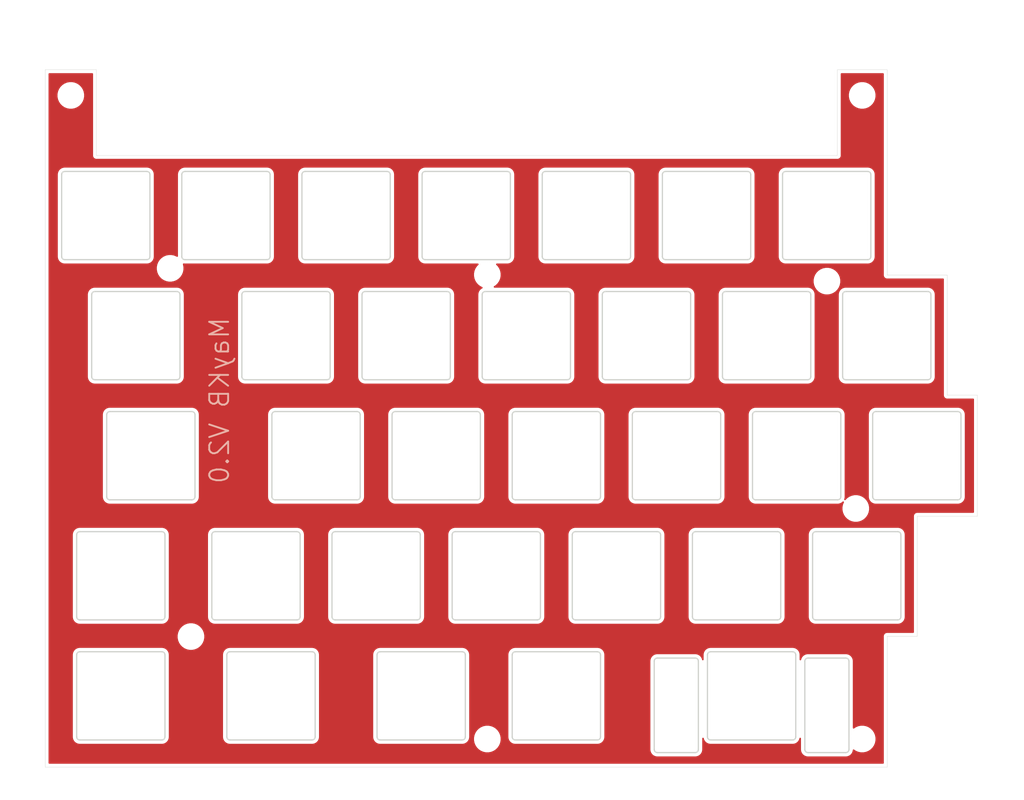
<source format=kicad_pcb>
(kicad_pcb (version 20171130) (host pcbnew 5.1.10)
  (layers (0 F.Cu signal) (31 B.Cu signal) (34 B.Paste user) (35 F.Paste user) (36 B.SilkS user) (37 F.SilkS user) (38 B.Mask user) (39 F.Mask user) (44 Edge.Cuts user))
  (net 0 "")
  (net 1 GND)
  (module MountingHole:MountingHole_3.2mm_M3 (layer F.Cu) (at 92.8688 134.463)
    (fp_text reference REF** hide)
    (fp_text value MountingHole_3.2mm_M3)
    (pad 1 np_thru_hole circle (at 0 0) (size 3.2 3.2) (drill 3.2) (layers *.Cu *.Mask))
  )
  (module MountingHole:MountingHole_3.2mm_M3 (layer F.Cu) (at 89.5668 76.043)
    (fp_text reference REF** hide)
    (fp_text value MountingHole_3.2mm_M3)
    (pad 1 np_thru_hole circle (at 0 0) (size 3.2 3.2) (drill 3.2) (layers *.Cu *.Mask))
  )
  (module MountingHole:MountingHole_3.2mm_M3 (layer F.Cu) (at 139.8588 77.059)
    (fp_text reference REF** hide)
    (fp_text value MountingHole_3.2mm_M3)
    (pad 1 np_thru_hole circle (at 0 0) (size 3.2 3.2) (drill 3.2) (layers *.Cu *.Mask))
  )
  (module MountingHole:MountingHole_3.2mm_M3 (layer F.Cu) (at 193.7068 78.075)
    (fp_text reference REF** hide)
    (fp_text value MountingHole_3.2mm_M3)
    (pad 1 np_thru_hole circle (at 0 0) (size 3.2 3.2) (drill 3.2) (layers *.Cu *.Mask))
  )
  (module MountingHole:MountingHole_3.2mm_M3 (layer F.Cu) (at 198.2788 114.143)
    (fp_text reference REF** hide)
    (fp_text value MountingHole_3.2mm_M3)
    (pad 1 np_thru_hole circle (at 0 0) (size 3.2 3.2) (drill 3.2) (layers *.Cu *.Mask))
  )
  (module MountingHole:MountingHole_3.2mm_M3 (layer F.Cu) (at 139.8588 150.719)
    (fp_text reference REF** hide)
    (fp_text value MountingHole_3.2mm_M3)
    (pad 1 np_thru_hole circle (at 0 0) (size 3.2 3.2) (drill 3.2) (layers *.Cu *.Mask))
  )
  (module MountingHole:MountingHole_3.2mm_M3 (layer F.Cu) (at 199.2948 150.719)
    (fp_text reference REF** hide)
    (fp_text value MountingHole_3.2mm_M3)
    (pad 1 np_thru_hole circle (at 0 0) (size 3.2 3.2) (drill 3.2) (layers *.Cu *.Mask))
  )
  (module MountingHole:MountingHole_3.2mm_M3 (layer F.Cu) (at 199.2948 48.611)
    (fp_text reference REF** hide)
    (fp_text value MountingHole_3.2mm_M3)
    (pad 1 np_thru_hole circle (at 0 0) (size 3.2 3.2) (drill 3.2) (layers *.Cu *.Mask))
  )
  (module MountingHole:MountingHole_3.2mm_M3 (layer F.Cu) (at 73.8188 48.611)
    (fp_text reference REF** hide)
    (fp_text value MountingHole_3.2mm_M3)
    (pad 1 np_thru_hole circle (at 0 0) (size 3.2 3.2) (drill 3.2) (layers *.Cu *.Mask))
  )
  (gr_line (start 69.7548 44.547) (end 77.8828 44.547) (layer Edge.Cuts) (width 0.05))
  (gr_line (start 203.2572 44.547) (end 195.3578 44.547) (layer Edge.Cuts) (width 0.05))
  (gr_line (start 195.3578 58.136) (end 195.3578 44.547) (layer Edge.Cuts) (width 0.05))
  (gr_line (start 77.8828 58.136) (end 195.3578 58.136) (layer Edge.Cuts) (width 0.05))
  (gr_line (start 77.8828 44.547) (end 77.8828 58.136) (layer Edge.Cuts) (width 0.05))
  (gr_line (start 187.1663 74.671299) (end 200.166299 74.671299) (layer Edge.Cuts) (width 0.2))
  (gr_arc (start 110.9663 74.171299) (end 110.4663 74.171299) (angle -90) (layer Edge.Cuts) (width 0.2))
  (gr_line (start 86.366299 61.1713) (end 86.366299 74.171299) (layer Edge.Cuts) (width 0.2))
  (gr_line (start 134.2788 118.3213) (end 134.2788 131.3213) (layer Edge.Cuts) (width 0.2))
  (gr_line (start 110.4663 61.1713) (end 110.4663 74.171299) (layer Edge.Cuts) (width 0.2))
  (gr_arc (start 143.0163 74.171299) (end 143.0163 74.671299) (angle -90) (layer Edge.Cuts) (width 0.2))
  (gr_arc (start 171.5913 80.2213) (end 172.0913 80.2213) (angle -90) (layer Edge.Cuts) (width 0.2))
  (gr_arc (start 147.7788 131.3213) (end 147.7788 131.8213) (angle -90) (layer Edge.Cuts) (width 0.2))
  (gr_arc (start 88.24755 137.3713) (end 88.74755 137.3713) (angle -90) (layer Edge.Cuts) (width 0.2))
  (gr_arc (start 196.69805 152.3713) (end 196.69805 152.8713) (angle -90) (layer Edge.Cuts) (width 0.2))
  (gr_arc (start 190.69805 152.3713) (end 190.19805 152.3713) (angle -90) (layer Edge.Cuts) (width 0.2))
  (gr_arc (start 88.24755 131.3213) (end 88.24755 131.8213) (angle -90) (layer Edge.Cuts) (width 0.2))
  (gr_line (start 175.26005 150.8713) (end 188.26005 150.8713) (layer Edge.Cuts) (width 0.2))
  (gr_line (start 175.26005 136.8713) (end 188.26005 136.8713) (layer Edge.Cuts) (width 0.2))
  (gr_line (start 129.2288 118.3213) (end 129.2288 131.3213) (layer Edge.Cuts) (width 0.2))
  (gr_line (start 158.0913 80.2213) (end 158.0913 93.2213) (layer Edge.Cuts) (width 0.2))
  (gr_arc (start 139.5413 80.2213) (end 139.5413 79.7213) (angle -90) (layer Edge.Cuts) (width 0.2))
  (gr_line (start 72.3663 61.1713) (end 72.3663 74.171299) (layer Edge.Cuts) (width 0.2))
  (gr_arc (start 101.4413 80.2213) (end 101.4413 79.7213) (angle -90) (layer Edge.Cuts) (width 0.2))
  (gr_line (start 77.6288 79.7213) (end 90.6288 79.7213) (layer Edge.Cuts) (width 0.2))
  (gr_line (start 173.32205 138.3713) (end 173.32205 152.3713) (layer Edge.Cuts) (width 0.2))
  (gr_line (start 166.32205 138.3713) (end 166.32205 152.3713) (layer Edge.Cuts) (width 0.2))
  (gr_line (start 162.5663 61.1713) (end 162.5663 74.171299) (layer Edge.Cuts) (width 0.2))
  (gr_arc (start 204.9288 131.3213) (end 204.9288 131.8213) (angle -90) (layer Edge.Cuts) (width 0.2))
  (gr_line (start 163.3538 98.7713) (end 176.3538 98.7713) (layer Edge.Cuts) (width 0.2))
  (gr_arc (start 119.2038 99.2713) (end 119.7038 99.2713) (angle -90) (layer Edge.Cuts) (width 0.2))
  (gr_arc (start 138.2538 112.2713) (end 138.2538 112.7713) (angle -90) (layer Edge.Cuts) (width 0.2))
  (gr_arc (start 190.6413 93.2213) (end 190.6413 93.7213) (angle -90) (layer Edge.Cuts) (width 0.2))
  (gr_arc (start 152.5413 80.2213) (end 153.0413 80.2213) (angle -90) (layer Edge.Cuts) (width 0.2))
  (gr_line (start 75.24755 136.8713) (end 88.24755 136.8713) (layer Edge.Cuts) (width 0.2))
  (gr_arc (start 90.6288 93.2213) (end 90.6288 93.7213) (angle -90) (layer Edge.Cuts) (width 0.2))
  (gr_arc (start 182.4038 112.2713) (end 181.9038 112.2713) (angle -90) (layer Edge.Cuts) (width 0.2))
  (gr_arc (start 172.8788 118.3213) (end 172.8788 117.8213) (angle -90) (layer Edge.Cuts) (width 0.2))
  (gr_arc (start 135.87255 137.3713) (end 136.37255 137.3713) (angle -90) (layer Edge.Cuts) (width 0.2))
  (gr_arc (start 122.87255 137.3713) (end 122.87255 136.8713) (angle -90) (layer Edge.Cuts) (width 0.2))
  (gr_arc (start 114.4413 80.2213) (end 114.9413 80.2213) (angle -90) (layer Edge.Cuts) (width 0.2))
  (gr_line (start 144.3038 150.8713) (end 157.3038 150.8713) (layer Edge.Cuts) (width 0.2))
  (gr_line (start 144.3038 136.8713) (end 157.3038 136.8713) (layer Edge.Cuts) (width 0.2))
  (gr_arc (start 172.82205 138.3713) (end 173.32205 138.3713) (angle -90) (layer Edge.Cuts) (width 0.2))
  (gr_arc (start 166.82205 138.3713) (end 166.82205 137.8713) (angle -90) (layer Edge.Cuts) (width 0.2))
  (gr_line (start 167.6163 61.1713) (end 167.6163 74.171299) (layer Edge.Cuts) (width 0.2))
  (gr_line (start 139.5413 79.7213) (end 152.5413 79.7213) (layer Edge.Cuts) (width 0.2))
  (gr_line (start 77.1288 80.2213) (end 77.1288 93.2213) (layer Edge.Cuts) (width 0.2))
  (gr_arc (start 88.24755 150.3713) (end 88.24755 150.8713) (angle -90) (layer Edge.Cuts) (width 0.2))
  (gr_arc (start 75.24755 118.3213) (end 75.24755 117.8213) (angle -90) (layer Edge.Cuts) (width 0.2))
  (gr_line (start 157.8038 137.3713) (end 157.8038 150.3713) (layer Edge.Cuts) (width 0.2))
  (gr_line (start 143.8038 137.3713) (end 143.8038 150.3713) (layer Edge.Cuts) (width 0.2))
  (gr_line (start 106.2038 98.7713) (end 119.2038 98.7713) (layer Edge.Cuts) (width 0.2))
  (gr_arc (start 157.3038 150.3713) (end 157.3038 150.8713) (angle -90) (layer Edge.Cuts) (width 0.2))
  (gr_arc (start 144.3038 150.3713) (end 143.8038 150.3713) (angle -90) (layer Edge.Cuts) (width 0.2))
  (gr_line (start 110.9663 74.671299) (end 123.9663 74.671299) (layer Edge.Cuts) (width 0.2))
  (gr_line (start 186.6663 61.1713) (end 186.6663 74.171299) (layer Edge.Cuts) (width 0.2))
  (gr_line (start 172.8788 117.8213) (end 185.8788 117.8213) (layer Edge.Cuts) (width 0.2))
  (gr_arc (start 172.82205 152.3713) (end 172.82205 152.8713) (angle -90) (layer Edge.Cuts) (width 0.2))
  (gr_arc (start 166.82205 152.3713) (end 166.32205 152.3713) (angle -90) (layer Edge.Cuts) (width 0.2))
  (gr_arc (start 201.4538 99.2713) (end 201.4538 98.7713) (angle -90) (layer Edge.Cuts) (width 0.2))
  (gr_line (start 172.0913 80.2213) (end 172.0913 93.2213) (layer Edge.Cuts) (width 0.2))
  (gr_line (start 101.4413 93.7213) (end 114.4413 93.7213) (layer Edge.Cuts) (width 0.2))
  (gr_line (start 172.3788 118.3213) (end 172.3788 131.3213) (layer Edge.Cuts) (width 0.2))
  (gr_line (start 158.5913 79.7213) (end 171.5913 79.7213) (layer Edge.Cuts) (width 0.2))
  (gr_arc (start 188.26005 137.3713) (end 188.76005 137.3713) (angle -90) (layer Edge.Cuts) (width 0.2))
  (gr_arc (start 175.26005 137.3713) (end 175.26005 136.8713) (angle -90) (layer Edge.Cuts) (width 0.2))
  (gr_arc (start 91.9163 74.171299) (end 91.4163 74.171299) (angle -90) (layer Edge.Cuts) (width 0.2))
  (gr_line (start 134.7788 131.8213) (end 147.7788 131.8213) (layer Edge.Cuts) (width 0.2))
  (gr_line (start 74.74755 118.3213) (end 74.74755 131.3213) (layer Edge.Cuts) (width 0.2))
  (gr_line (start 75.24755 117.8213) (end 88.24755 117.8213) (layer Edge.Cuts) (width 0.2))
  (gr_arc (start 133.4913 80.2213) (end 133.9913 80.2213) (angle -90) (layer Edge.Cuts) (width 0.2))
  (gr_arc (start 147.7788 118.3213) (end 148.2788 118.3213) (angle -90) (layer Edge.Cuts) (width 0.2))
  (gr_arc (start 177.6413 93.2213) (end 177.1413 93.2213) (angle -90) (layer Edge.Cuts) (width 0.2))
  (gr_line (start 134.7788 117.8213) (end 147.7788 117.8213) (layer Edge.Cuts) (width 0.2))
  (gr_line (start 188.76005 137.3713) (end 188.76005 150.3713) (layer Edge.Cuts) (width 0.2))
  (gr_line (start 174.76005 137.3713) (end 174.76005 150.3713) (layer Edge.Cuts) (width 0.2))
  (gr_arc (start 172.8788 131.3213) (end 172.3788 131.3213) (angle -90) (layer Edge.Cuts) (width 0.2))
  (gr_arc (start 177.6413 80.2213) (end 177.6413 79.7213) (angle -90) (layer Edge.Cuts) (width 0.2))
  (gr_line (start 120.4913 93.7213) (end 133.4913 93.7213) (layer Edge.Cuts) (width 0.2))
  (gr_arc (start 200.166299 74.171299) (end 200.166299 74.671299) (angle -90) (layer Edge.Cuts) (width 0.2))
  (gr_line (start 158.5913 93.7213) (end 171.5913 93.7213) (layer Edge.Cuts) (width 0.2))
  (gr_arc (start 93.01005 112.2713) (end 93.01005 112.7713) (angle -90) (layer Edge.Cuts) (width 0.2))
  (gr_arc (start 90.6288 80.2213) (end 91.1288 80.2213) (angle -90) (layer Edge.Cuts) (width 0.2))
  (gr_line (start 144.3038 112.7713) (end 157.3038 112.7713) (layer Edge.Cuts) (width 0.2))
  (gr_line (start 153.8288 117.8213) (end 166.8288 117.8213) (layer Edge.Cuts) (width 0.2))
  (gr_line (start 148.5663 61.1713) (end 148.5663 74.171299) (layer Edge.Cuts) (width 0.2))
  (gr_line (start 88.74755 118.3213) (end 88.74755 131.3213) (layer Edge.Cuts) (width 0.2))
  (gr_line (start 149.0663 74.671299) (end 162.0663 74.671299) (layer Edge.Cuts) (width 0.2))
  (gr_arc (start 214.4538 112.2713) (end 214.4538 112.7713) (angle -90) (layer Edge.Cuts) (width 0.2))
  (gr_arc (start 125.2538 99.2713) (end 125.2538 98.7713) (angle -90) (layer Edge.Cuts) (width 0.2))
  (gr_arc (start 77.6288 80.2213) (end 77.6288 79.7213) (angle -90) (layer Edge.Cuts) (width 0.2))
  (gr_arc (start 99.06005 137.3713) (end 99.06005 136.8713) (angle -90) (layer Edge.Cuts) (width 0.2))
  (gr_arc (start 125.2538 112.2713) (end 124.7538 112.2713) (angle -90) (layer Edge.Cuts) (width 0.2))
  (gr_arc (start 85.866299 74.171299) (end 85.866299 74.671299) (angle -90) (layer Edge.Cuts) (width 0.2))
  (gr_arc (start 80.01005 112.2713) (end 79.51005 112.2713) (angle -90) (layer Edge.Cuts) (width 0.2))
  (gr_arc (start 85.866299 61.1713) (end 86.366299 61.1713) (angle -90) (layer Edge.Cuts) (width 0.2))
  (gr_line (start 98.56005 137.3713) (end 98.56005 150.3713) (layer Edge.Cuts) (width 0.2))
  (gr_line (start 168.1163 74.671299) (end 181.1163 74.671299) (layer Edge.Cuts) (width 0.2))
  (gr_arc (start 204.9288 118.3213) (end 205.4288 118.3213) (angle -90) (layer Edge.Cuts) (width 0.2))
  (gr_line (start 120.4913 79.7213) (end 133.4913 79.7213) (layer Edge.Cuts) (width 0.2))
  (gr_arc (start 138.2538 99.2713) (end 138.7538 99.2713) (angle -90) (layer Edge.Cuts) (width 0.2))
  (gr_arc (start 130.0163 74.171299) (end 129.5163 74.171299) (angle -90) (layer Edge.Cuts) (width 0.2))
  (gr_line (start 75.24755 150.8713) (end 88.24755 150.8713) (layer Edge.Cuts) (width 0.2))
  (gr_arc (start 106.2038 99.2713) (end 106.2038 98.7713) (angle -90) (layer Edge.Cuts) (width 0.2))
  (gr_line (start 181.9038 99.2713) (end 181.9038 112.2713) (layer Edge.Cuts) (width 0.2))
  (gr_arc (start 96.6788 118.3213) (end 96.6788 117.8213) (angle -90) (layer Edge.Cuts) (width 0.2))
  (gr_line (start 191.9288 117.8213) (end 204.9288 117.8213) (layer Edge.Cuts) (width 0.2))
  (gr_arc (start 80.01005 99.2713) (end 80.01005 98.7713) (angle -90) (layer Edge.Cuts) (width 0.2))
  (gr_arc (start 109.6788 118.3213) (end 110.1788 118.3213) (angle -90) (layer Edge.Cuts) (width 0.2))
  (gr_arc (start 123.9663 61.1713) (end 124.4663 61.1713) (angle -90) (layer Edge.Cuts) (width 0.2))
  (gr_arc (start 182.4038 99.2713) (end 182.4038 98.7713) (angle -90) (layer Edge.Cuts) (width 0.2))
  (gr_line (start 124.7538 99.2713) (end 124.7538 112.2713) (layer Edge.Cuts) (width 0.2))
  (gr_arc (start 143.0163 61.1713) (end 143.5163 61.1713) (angle -90) (layer Edge.Cuts) (width 0.2))
  (gr_arc (start 110.9663 61.1713) (end 110.9663 60.6713) (angle -90) (layer Edge.Cuts) (width 0.2))
  (gr_line (start 124.4663 61.1713) (end 124.4663 74.171299) (layer Edge.Cuts) (width 0.2))
  (gr_arc (start 96.6788 131.3213) (end 96.1788 131.3213) (angle -90) (layer Edge.Cuts) (width 0.2))
  (gr_arc (start 149.0663 61.1713) (end 149.0663 60.6713) (angle -90) (layer Edge.Cuts) (width 0.2))
  (gr_line (start 119.7038 99.2713) (end 119.7038 112.2713) (layer Edge.Cuts) (width 0.2))
  (gr_line (start 99.06005 150.8713) (end 112.06005 150.8713) (layer Edge.Cuts) (width 0.2))
  (gr_arc (start 153.8288 131.3213) (end 153.3288 131.3213) (angle -90) (layer Edge.Cuts) (width 0.2))
  (gr_arc (start 187.1663 74.171299) (end 186.6663 74.171299) (angle -90) (layer Edge.Cuts) (width 0.2))
  (gr_line (start 168.1163 60.6713) (end 181.1163 60.6713) (layer Edge.Cuts) (width 0.2))
  (gr_arc (start 99.06005 150.3713) (end 98.56005 150.3713) (angle -90) (layer Edge.Cuts) (width 0.2))
  (gr_arc (start 162.0663 74.171299) (end 162.0663 74.671299) (angle -90) (layer Edge.Cuts) (width 0.2))
  (gr_line (start 130.0163 74.671299) (end 143.0163 74.671299) (layer Edge.Cuts) (width 0.2))
  (gr_arc (start 72.8663 74.171299) (end 72.3663 74.171299) (angle -90) (layer Edge.Cuts) (width 0.2))
  (gr_line (start 133.9913 80.2213) (end 133.9913 93.2213) (layer Edge.Cuts) (width 0.2))
  (gr_line (start 201.4538 98.7713) (end 214.4538 98.7713) (layer Edge.Cuts) (width 0.2))
  (gr_line (start 91.4163 61.1713) (end 91.4163 74.171299) (layer Edge.Cuts) (width 0.2))
  (gr_line (start 96.6788 117.8213) (end 109.6788 117.8213) (layer Edge.Cuts) (width 0.2))
  (gr_line (start 105.7038 99.2713) (end 105.7038 112.2713) (layer Edge.Cuts) (width 0.2))
  (gr_line (start 200.9538 99.2713) (end 200.9538 112.2713) (layer Edge.Cuts) (width 0.2))
  (gr_arc (start 123.9663 74.171299) (end 123.9663 74.671299) (angle -90) (layer Edge.Cuts) (width 0.2))
  (gr_arc (start 133.4913 93.2213) (end 133.4913 93.7213) (angle -90) (layer Edge.Cuts) (width 0.2))
  (gr_line (start 99.06005 136.8713) (end 112.06005 136.8713) (layer Edge.Cuts) (width 0.2))
  (gr_arc (start 104.9163 74.171299) (end 104.9163 74.671299) (angle -90) (layer Edge.Cuts) (width 0.2))
  (gr_line (start 139.5413 93.7213) (end 152.5413 93.7213) (layer Edge.Cuts) (width 0.2))
  (gr_arc (start 181.1163 74.171299) (end 181.1163 74.671299) (angle -90) (layer Edge.Cuts) (width 0.2))
  (gr_arc (start 209.6913 80.2213) (end 210.1913 80.2213) (angle -90) (layer Edge.Cuts) (width 0.2))
  (gr_line (start 191.4288 118.3213) (end 191.4288 131.3213) (layer Edge.Cuts) (width 0.2))
  (gr_arc (start 163.3538 112.2713) (end 162.8538 112.2713) (angle -90) (layer Edge.Cuts) (width 0.2))
  (gr_line (start 153.3288 118.3213) (end 153.3288 131.3213) (layer Edge.Cuts) (width 0.2))
  (gr_arc (start 191.9288 118.3213) (end 191.9288 117.8213) (angle -90) (layer Edge.Cuts) (width 0.2))
  (gr_arc (start 106.2038 112.2713) (end 105.7038 112.2713) (angle -90) (layer Edge.Cuts) (width 0.2))
  (gr_line (start 115.2288 118.3213) (end 115.2288 131.3213) (layer Edge.Cuts) (width 0.2))
  (gr_line (start 96.1788 118.3213) (end 96.1788 131.3213) (layer Edge.Cuts) (width 0.2))
  (gr_arc (start 149.0663 74.171299) (end 148.5663 74.171299) (angle -90) (layer Edge.Cuts) (width 0.2))
  (gr_arc (start 200.166299 61.1713) (end 200.666299 61.1713) (angle -90) (layer Edge.Cuts) (width 0.2))
  (gr_line (start 101.4413 79.7213) (end 114.4413 79.7213) (layer Edge.Cuts) (width 0.2))
  (gr_line (start 139.0413 80.2213) (end 139.0413 93.2213) (layer Edge.Cuts) (width 0.2))
  (gr_line (start 100.9413 80.2213) (end 100.9413 93.2213) (layer Edge.Cuts) (width 0.2))
  (gr_line (start 110.1788 118.3213) (end 110.1788 131.3213) (layer Edge.Cuts) (width 0.2))
  (gr_line (start 74.74755 137.3713) (end 74.74755 150.3713) (layer Edge.Cuts) (width 0.2))
  (gr_arc (start 157.3038 137.3713) (end 157.8038 137.3713) (angle -90) (layer Edge.Cuts) (width 0.2))
  (gr_arc (start 144.3038 137.3713) (end 144.3038 136.8713) (angle -90) (layer Edge.Cuts) (width 0.2))
  (gr_line (start 148.2788 118.3213) (end 148.2788 131.3213) (layer Edge.Cuts) (width 0.2))
  (gr_line (start 205.4288 118.3213) (end 205.4288 131.3213) (layer Edge.Cuts) (width 0.2))
  (gr_arc (start 112.06005 137.3713) (end 112.56005 137.3713) (angle -90) (layer Edge.Cuts) (width 0.2))
  (gr_line (start 112.56005 137.3713) (end 112.56005 150.3713) (layer Edge.Cuts) (width 0.2))
  (gr_arc (start 134.7788 131.3213) (end 134.2788 131.3213) (angle -90) (layer Edge.Cuts) (width 0.2))
  (gr_line (start 149.0663 60.6713) (end 162.0663 60.6713) (layer Edge.Cuts) (width 0.2))
  (gr_arc (start 166.8288 131.3213) (end 166.8288 131.8213) (angle -90) (layer Edge.Cuts) (width 0.2))
  (gr_line (start 166.82205 152.8713) (end 172.82205 152.8713) (layer Edge.Cuts) (width 0.2))
  (gr_line (start 166.82205 137.8713) (end 172.82205 137.8713) (layer Edge.Cuts) (width 0.2))
  (gr_line (start 187.1663 60.6713) (end 200.166299 60.6713) (layer Edge.Cuts) (width 0.2))
  (gr_arc (start 75.24755 137.3713) (end 75.24755 136.8713) (angle -90) (layer Edge.Cuts) (width 0.2))
  (gr_arc (start 191.9288 131.3213) (end 191.4288 131.3213) (angle -90) (layer Edge.Cuts) (width 0.2))
  (gr_arc (start 185.8788 118.3213) (end 186.3788 118.3213) (angle -90) (layer Edge.Cuts) (width 0.2))
  (gr_line (start 214.9538 99.2713) (end 214.9538 112.2713) (layer Edge.Cuts) (width 0.2))
  (gr_line (start 105.4163 61.1713) (end 105.4163 74.171299) (layer Edge.Cuts) (width 0.2))
  (gr_line (start 88.74755 137.3713) (end 88.74755 150.3713) (layer Edge.Cuts) (width 0.2))
  (gr_line (start 177.1413 80.2213) (end 177.1413 93.2213) (layer Edge.Cuts) (width 0.2))
  (gr_line (start 80.01005 98.7713) (end 93.01005 98.7713) (layer Edge.Cuts) (width 0.2))
  (gr_arc (start 166.8288 118.3213) (end 167.3288 118.3213) (angle -90) (layer Edge.Cuts) (width 0.2))
  (gr_arc (start 158.5913 80.2213) (end 158.5913 79.7213) (angle -90) (layer Edge.Cuts) (width 0.2))
  (gr_line (start 153.8288 131.8213) (end 166.8288 131.8213) (layer Edge.Cuts) (width 0.2))
  (gr_line (start 172.8788 131.8213) (end 185.8788 131.8213) (layer Edge.Cuts) (width 0.2))
  (gr_line (start 115.7288 117.8213) (end 128.7288 117.8213) (layer Edge.Cuts) (width 0.2))
  (gr_line (start 136.37255 137.3713) (end 136.37255 150.3713) (layer Edge.Cuts) (width 0.2))
  (gr_line (start 122.37255 137.3713) (end 122.37255 150.3713) (layer Edge.Cuts) (width 0.2))
  (gr_line (start 182.4038 98.7713) (end 195.4038 98.7713) (layer Edge.Cuts) (width 0.2))
  (gr_arc (start 109.6788 131.3213) (end 109.6788 131.8213) (angle -90) (layer Edge.Cuts) (width 0.2))
  (gr_arc (start 196.6913 93.2213) (end 196.1913 93.2213) (angle -90) (layer Edge.Cuts) (width 0.2))
  (gr_line (start 197.19805 138.3713) (end 197.19805 152.3713) (layer Edge.Cuts) (width 0.2))
  (gr_line (start 190.19805 138.3713) (end 190.19805 152.3713) (layer Edge.Cuts) (width 0.2))
  (gr_arc (start 196.69805 138.3713) (end 197.19805 138.3713) (angle -90) (layer Edge.Cuts) (width 0.2))
  (gr_arc (start 190.69805 138.3713) (end 190.69805 137.8713) (angle -90) (layer Edge.Cuts) (width 0.2))
  (gr_arc (start 188.26005 150.3713) (end 188.26005 150.8713) (angle -90) (layer Edge.Cuts) (width 0.2))
  (gr_arc (start 175.26005 150.3713) (end 174.76005 150.3713) (angle -90) (layer Edge.Cuts) (width 0.2))
  (gr_line (start 167.3288 118.3213) (end 167.3288 131.3213) (layer Edge.Cuts) (width 0.2))
  (gr_arc (start 135.87255 150.3713) (end 135.87255 150.8713) (angle -90) (layer Edge.Cuts) (width 0.2))
  (gr_arc (start 122.87255 150.3713) (end 122.37255 150.3713) (angle -90) (layer Edge.Cuts) (width 0.2))
  (gr_line (start 77.6288 93.7213) (end 90.6288 93.7213) (layer Edge.Cuts) (width 0.2))
  (gr_line (start 163.3538 112.7713) (end 176.3538 112.7713) (layer Edge.Cuts) (width 0.2))
  (gr_arc (start 115.7288 118.3213) (end 115.7288 117.8213) (angle -90) (layer Edge.Cuts) (width 0.2))
  (gr_arc (start 181.1163 61.1713) (end 181.6163 61.1713) (angle -90) (layer Edge.Cuts) (width 0.2))
  (gr_arc (start 114.4413 93.2213) (end 114.4413 93.7213) (angle -90) (layer Edge.Cuts) (width 0.2))
  (gr_arc (start 196.6913 80.2213) (end 196.6913 79.7213) (angle -90) (layer Edge.Cuts) (width 0.2))
  (gr_arc (start 158.5913 93.2213) (end 158.0913 93.2213) (angle -90) (layer Edge.Cuts) (width 0.2))
  (gr_line (start 153.0413 80.2213) (end 153.0413 93.2213) (layer Edge.Cuts) (width 0.2))
  (gr_arc (start 130.0163 61.1713) (end 130.0163 60.6713) (angle -90) (layer Edge.Cuts) (width 0.2))
  (gr_line (start 138.7538 99.2713) (end 138.7538 112.2713) (layer Edge.Cuts) (width 0.2))
  (gr_arc (start 187.1663 61.1713) (end 187.1663 60.6713) (angle -90) (layer Edge.Cuts) (width 0.2))
  (gr_line (start 91.1288 80.2213) (end 91.1288 93.2213) (layer Edge.Cuts) (width 0.2))
  (gr_line (start 162.8538 99.2713) (end 162.8538 112.2713) (layer Edge.Cuts) (width 0.2))
  (gr_arc (start 190.6413 80.2213) (end 191.1413 80.2213) (angle -90) (layer Edge.Cuts) (width 0.2))
  (gr_line (start 195.9038 99.2713) (end 195.9038 112.2713) (layer Edge.Cuts) (width 0.2))
  (gr_line (start 157.8038 99.2713) (end 157.8038 112.2713) (layer Edge.Cuts) (width 0.2))
  (gr_line (start 93.51005 99.2713) (end 93.51005 112.2713) (layer Edge.Cuts) (width 0.2))
  (gr_arc (start 195.4038 112.2713) (end 195.4038 112.7713) (angle -90) (layer Edge.Cuts) (width 0.2))
  (gr_line (start 177.6413 79.7213) (end 190.6413 79.7213) (layer Edge.Cuts) (width 0.2))
  (gr_line (start 143.8038 99.2713) (end 143.8038 112.2713) (layer Edge.Cuts) (width 0.2))
  (gr_arc (start 168.1163 74.171299) (end 167.6163 74.171299) (angle -90) (layer Edge.Cuts) (width 0.2))
  (gr_arc (start 195.4038 99.2713) (end 195.9038 99.2713) (angle -90) (layer Edge.Cuts) (width 0.2))
  (gr_arc (start 176.3538 99.2713) (end 176.8538 99.2713) (angle -90) (layer Edge.Cuts) (width 0.2))
  (gr_arc (start 176.3538 112.2713) (end 176.3538 112.7713) (angle -90) (layer Edge.Cuts) (width 0.2))
  (gr_line (start 122.87255 150.8713) (end 135.87255 150.8713) (layer Edge.Cuts) (width 0.2))
  (gr_line (start 122.87255 136.8713) (end 135.87255 136.8713) (layer Edge.Cuts) (width 0.2))
  (gr_line (start 210.1913 80.2213) (end 210.1913 93.2213) (layer Edge.Cuts) (width 0.2))
  (gr_line (start 177.6413 93.7213) (end 190.6413 93.7213) (layer Edge.Cuts) (width 0.2))
  (gr_line (start 144.3038 98.7713) (end 157.3038 98.7713) (layer Edge.Cuts) (width 0.2))
  (gr_arc (start 157.3038 112.2713) (end 157.3038 112.7713) (angle -90) (layer Edge.Cuts) (width 0.2))
  (gr_arc (start 157.3038 99.2713) (end 157.8038 99.2713) (angle -90) (layer Edge.Cuts) (width 0.2))
  (gr_arc (start 171.5913 93.2213) (end 171.5913 93.7213) (angle -90) (layer Edge.Cuts) (width 0.2))
  (gr_arc (start 128.7288 118.3213) (end 129.2288 118.3213) (angle -90) (layer Edge.Cuts) (width 0.2))
  (gr_arc (start 88.24755 118.3213) (end 88.74755 118.3213) (angle -90) (layer Edge.Cuts) (width 0.2))
  (gr_line (start 182.4038 112.7713) (end 195.4038 112.7713) (layer Edge.Cuts) (width 0.2))
  (gr_line (start 176.8538 99.2713) (end 176.8538 112.2713) (layer Edge.Cuts) (width 0.2))
  (gr_arc (start 93.01005 99.2713) (end 93.51005 99.2713) (angle -90) (layer Edge.Cuts) (width 0.2))
  (gr_line (start 196.1913 80.2213) (end 196.1913 93.2213) (layer Edge.Cuts) (width 0.2))
  (gr_line (start 96.6788 131.8213) (end 109.6788 131.8213) (layer Edge.Cuts) (width 0.2))
  (gr_line (start 129.5163 61.1713) (end 129.5163 74.171299) (layer Edge.Cuts) (width 0.2))
  (gr_line (start 91.9163 74.671299) (end 104.9163 74.671299) (layer Edge.Cuts) (width 0.2))
  (gr_arc (start 115.7288 131.3213) (end 115.2288 131.3213) (angle -90) (layer Edge.Cuts) (width 0.2))
  (gr_line (start 110.9663 60.6713) (end 123.9663 60.6713) (layer Edge.Cuts) (width 0.2))
  (gr_arc (start 163.3538 99.2713) (end 163.3538 98.7713) (angle -90) (layer Edge.Cuts) (width 0.2))
  (gr_arc (start 120.4913 80.2213) (end 120.4913 79.7213) (angle -90) (layer Edge.Cuts) (width 0.2))
  (gr_line (start 125.2538 112.7713) (end 138.2538 112.7713) (layer Edge.Cuts) (width 0.2))
  (gr_line (start 106.2038 112.7713) (end 119.2038 112.7713) (layer Edge.Cuts) (width 0.2))
  (gr_arc (start 168.1163 61.1713) (end 168.1163 60.6713) (angle -90) (layer Edge.Cuts) (width 0.2))
  (gr_line (start 201.4538 112.7713) (end 214.4538 112.7713) (layer Edge.Cuts) (width 0.2))
  (gr_arc (start 75.24755 150.3713) (end 74.74755 150.3713) (angle -90) (layer Edge.Cuts) (width 0.2))
  (gr_arc (start 75.24755 131.3213) (end 74.74755 131.3213) (angle -90) (layer Edge.Cuts) (width 0.2))
  (gr_arc (start 209.6913 93.2213) (end 209.6913 93.7213) (angle -90) (layer Edge.Cuts) (width 0.2))
  (gr_line (start 196.6913 93.7213) (end 209.6913 93.7213) (layer Edge.Cuts) (width 0.2))
  (gr_line (start 196.6913 79.7213) (end 209.6913 79.7213) (layer Edge.Cuts) (width 0.2))
  (gr_line (start 191.1413 80.2213) (end 191.1413 93.2213) (layer Edge.Cuts) (width 0.2))
  (gr_arc (start 139.5413 93.2213) (end 139.0413 93.2213) (angle -90) (layer Edge.Cuts) (width 0.2))
  (gr_line (start 114.9413 80.2213) (end 114.9413 93.2213) (layer Edge.Cuts) (width 0.2))
  (gr_line (start 75.24755 131.8213) (end 88.24755 131.8213) (layer Edge.Cuts) (width 0.2))
  (gr_line (start 130.0163 60.6713) (end 143.0163 60.6713) (layer Edge.Cuts) (width 0.2))
  (gr_arc (start 134.7788 118.3213) (end 134.7788 117.8213) (angle -90) (layer Edge.Cuts) (width 0.2))
  (gr_arc (start 153.8288 118.3213) (end 153.8288 117.8213) (angle -90) (layer Edge.Cuts) (width 0.2))
  (gr_line (start 79.51005 99.2713) (end 79.51005 112.2713) (layer Edge.Cuts) (width 0.2))
  (gr_line (start 191.9288 131.8213) (end 204.9288 131.8213) (layer Edge.Cuts) (width 0.2))
  (gr_line (start 200.666299 61.1713) (end 200.666299 74.171299) (layer Edge.Cuts) (width 0.2))
  (gr_arc (start 185.8788 131.3213) (end 185.8788 131.8213) (angle -90) (layer Edge.Cuts) (width 0.2))
  (gr_line (start 125.2538 98.7713) (end 138.2538 98.7713) (layer Edge.Cuts) (width 0.2))
  (gr_arc (start 104.9163 61.1713) (end 105.4163 61.1713) (angle -90) (layer Edge.Cuts) (width 0.2))
  (gr_arc (start 128.7288 131.3213) (end 128.7288 131.8213) (angle -90) (layer Edge.Cuts) (width 0.2))
  (gr_arc (start 72.8663 61.1713) (end 72.8663 60.6713) (angle -90) (layer Edge.Cuts) (width 0.2))
  (gr_arc (start 201.4538 112.2713) (end 200.9538 112.2713) (angle -90) (layer Edge.Cuts) (width 0.2))
  (gr_arc (start 162.0663 61.1713) (end 162.5663 61.1713) (angle -90) (layer Edge.Cuts) (width 0.2))
  (gr_arc (start 112.06005 150.3713) (end 112.06005 150.8713) (angle -90) (layer Edge.Cuts) (width 0.2))
  (gr_arc (start 144.3038 99.2713) (end 144.3038 98.7713) (angle -90) (layer Edge.Cuts) (width 0.2))
  (gr_arc (start 77.6288 93.2213) (end 77.1288 93.2213) (angle -90) (layer Edge.Cuts) (width 0.2))
  (gr_line (start 186.3788 118.3213) (end 186.3788 131.3213) (layer Edge.Cuts) (width 0.2))
  (gr_arc (start 119.2038 112.2713) (end 119.2038 112.7713) (angle -90) (layer Edge.Cuts) (width 0.2))
  (gr_line (start 181.6163 61.1713) (end 181.6163 74.171299) (layer Edge.Cuts) (width 0.2))
  (gr_line (start 190.69805 152.8713) (end 196.69805 152.8713) (layer Edge.Cuts) (width 0.2))
  (gr_line (start 190.69805 137.8713) (end 196.69805 137.8713) (layer Edge.Cuts) (width 0.2))
  (gr_arc (start 144.3038 112.2713) (end 143.8038 112.2713) (angle -90) (layer Edge.Cuts) (width 0.2))
  (gr_arc (start 120.4913 93.2213) (end 119.9913 93.2213) (angle -90) (layer Edge.Cuts) (width 0.2))
  (gr_line (start 119.9913 80.2213) (end 119.9913 93.2213) (layer Edge.Cuts) (width 0.2))
  (gr_line (start 115.7288 131.8213) (end 128.7288 131.8213) (layer Edge.Cuts) (width 0.2))
  (gr_arc (start 101.4413 93.2213) (end 100.9413 93.2213) (angle -90) (layer Edge.Cuts) (width 0.2))
  (gr_line (start 91.9163 60.6713) (end 104.9163 60.6713) (layer Edge.Cuts) (width 0.2))
  (gr_arc (start 214.4538 99.2713) (end 214.9538 99.2713) (angle -90) (layer Edge.Cuts) (width 0.2))
  (gr_line (start 80.01005 112.7713) (end 93.01005 112.7713) (layer Edge.Cuts) (width 0.2))
  (gr_line (start 143.5163 61.1713) (end 143.5163 74.171299) (layer Edge.Cuts) (width 0.2))
  (gr_line (start 72.8663 60.6713) (end 85.866299 60.6713) (layer Edge.Cuts) (width 0.2))
  (gr_arc (start 152.5413 93.2213) (end 152.5413 93.7213) (angle -90) (layer Edge.Cuts) (width 0.2))
  (gr_line (start 72.8663 74.671299) (end 85.866299 74.671299) (layer Edge.Cuts) (width 0.2))
  (gr_arc (start 91.9163 61.1713) (end 91.9163 60.6713) (angle -90) (layer Edge.Cuts) (width 0.2))
  (gr_text "MayKB V2.0" (at 97.39 97.0234 90) (layer B.SilkS) (effects (font (size 3 3) (thickness 0.3)) (justify mirror)))
  (gr_line (start 203.2572 58.0708) (end 203.2572 44.547) (layer Edge.Cuts) (width 0.05))
  (gr_line (start 203.2572 77.1208) (end 203.2572 58.0708) (layer Edge.Cuts) (width 0.05))
  (gr_line (start 212.7822 77.1208) (end 203.2572 77.1208) (layer Edge.Cuts) (width 0.05))
  (gr_line (start 212.7822 96.1708) (end 212.7822 77.1208) (layer Edge.Cuts) (width 0.05))
  (gr_line (start 217.5574 96.1708) (end 212.7822 96.1708) (layer Edge.Cuts) (width 0.05))
  (gr_line (start 217.5574 115.3732) (end 217.5574 96.1708) (layer Edge.Cuts) (width 0.05))
  (gr_line (start 208.0324 115.3732) (end 217.5574 115.3732) (layer Edge.Cuts) (width 0.05))
  (gr_line (start 208.0324 134.4232) (end 208.0324 115.3732) (layer Edge.Cuts) (width 0.05))
  (gr_line (start 203.2572 134.4232) (end 208.0324 134.4232) (layer Edge.Cuts) (width 0.05))
  (gr_line (start 203.2572 155.175) (end 203.2572 134.4232) (layer Edge.Cuts) (width 0.05))
  (gr_line (start 69.7548 155.175) (end 203.2572 155.175) (layer Edge.Cuts) (width 0.05))
  (gr_line (start 69.7548 155.175) (end 69.7548 44.547) (layer Edge.Cuts) (width 0.05))
  (zone (net 0) (net_name "") (layer F.Cu) (connect_pads (clearance 0.508)) (min_thickness 0.254) (fill yes (arc_segments 32) (thermal_gap 0.508) (thermal_bridge_width 0.508))
    (polygon (pts (xy 224.9488 160.4218) (xy 62.592 160.4218) (xy 62.592 33.4726) (xy 224.9488 33.4726)))
  )
)
</source>
